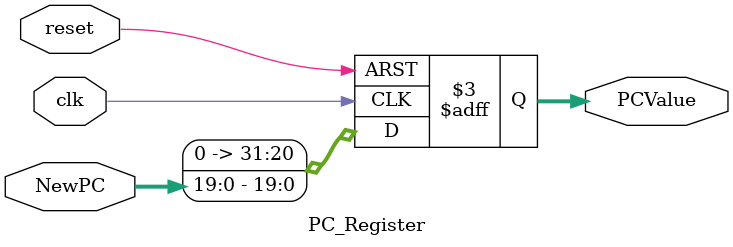
<source format=v>
/******************************************************************
* Description
*	This is a register of 32-bit that corresponds to the PC counter. 
*	This register does not have an enable signal.
* Version:
*	1.0
* Author:
*	Dr. José Luis Pizano Escalante
* email:
*	luispizano@iteso.mx
* Date:
*	01/03/2014
******************************************************************/

module PC_Register
#(
	parameter N=32
)
(
	input clk,
	input reset,
	input  [N-1:0] NewPC,
	
	
	output reg [N-1:0] PCValue
);

always@(negedge reset or posedge clk) begin
	if(reset==0)
		PCValue <= 0;
	else	
		PCValue <= {12'h 0,NewPC[19 : 0]};
end

endmodule
//pcreg//
</source>
